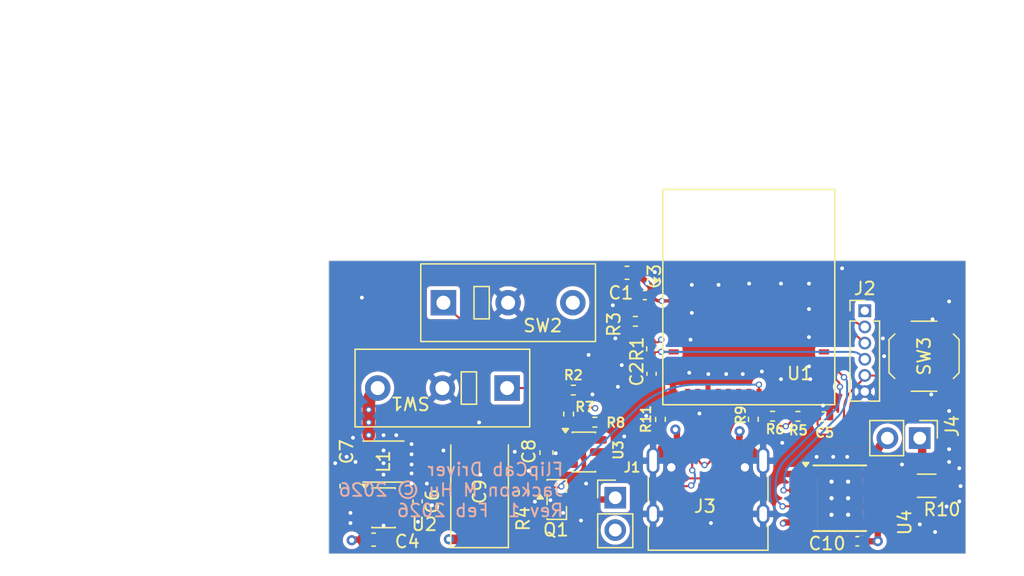
<source format=kicad_pcb>
(kicad_pcb (version 20241229) (generator "pcbnew") (generator_version "9.0")
  (layers (0 "F.Cu" signal) (4 "In1.Cu" signal) (6 "In2.Cu" signal) (2 "B.Cu" signal) (13 "F.Paste" user) (15 "B.Paste" user) (5 "F.SilkS" user "F.Silkscreen") (7 "B.SilkS" user "B.Silkscreen") (1 "F.Mask" user) (3 "B.Mask" user) (25 "Edge.Cuts" user))
  (net 0 "")
  (net 1 "GND")
  (net 2 "+3V3")
  (net 3 "EN")
  (net 4 "IO9{slash}BOOT")
  (net 5 "Net-(U3-VDD)")
  (net 6 "JTAG_DP")
  (net 7 "CC2")
  (net 8 "CC1")
  (net 9 "JTAG_DM")
  (net 10 "+12V")
  (net 11 "Net-(U2-SW)")
  (net 12 "LED_CTRL")
  (net 13 "IO8")
  (net 14 "Net-(U3-CFG)")
  (net 15 "Net-(U4-ISEN)")
  (net 16 "OPEN_SW")
  (net 17 "CLOSE_SW")
  (net 20 "UART_TXD")
  (net 25 "MOTOR_IN1")
  (net 26 "MOTOR_IN2")
  (net 33 "UART_RXD")
  (net 35 "Net-(U2-BST)")
  (net 38 "Net-(J1-Pin_1)")
  (net 41 "Net-(J4-Pin_2)")
  (net 42 "Net-(J4-Pin_1)")
  (net 43 "Net-(SW1-A)")
  (net 44 "Net-(SW2-A)")
  (footprint "Package_SO:Texas_HTSOP-8-1EP_3.9x4.9mm_P1.27mm_EP2.95x4.9mm_Mask2.4x3.1mm_ThermalVias" (layer "F.Cu") (at 89.12 98.65)
    (property "Reference" "U4")
    (property "Value" "DRV8870DDA")
  )
  (footprint "Resistor_SMD:R_0402_1005Metric" (layer "F.Cu") (at 85.83 92.22)
    (property "Reference" "R5")
    (property "Value" "22k")
  )
  (footprint "Capacitor_SMD:C_0402_1005Metric" (layer "F.Cu") (at 55.97 98.8925 -90)
    (property "Reference" "C6")
    (property "Value" "100nF")
  )
  (footprint "Connector_PinHeader_1.27mm:PinHeader_1x06_P1.27mm_Vertical" (layer "F.Cu") (at 91.08 83.93)
    (property "Reference" "J2")
    (property "Value" "UART_PROG")
  )
  (footprint "Button_Switch_THT:SW_XKB_DM1-16UP-1" (layer "F.Cu") (at 58 83.3)
    (property "Reference" "SW2")
    (property "Value" "CLOSE_DET")
  )
  (footprint "Resistor_SMD:R_0402_1005Metric" (layer "F.Cu") (at 83.84 92.21)
    (property "Reference" "R6")
    (property "Value" "10k")
  )
  (footprint "Resistor_SMD:R_1206_3216Metric" (layer "F.Cu") (at 95.94 97.67)
    (property "Reference" "R10")
    (property "Value" "0.15R")
  )
  (footprint "Package_TO_SOT_SMD:TSOT-23-6" (layer "F.Cu") (at 53.3 99.4)
    (property "Reference" "U2")
    (property "Value" "AP63203WU")
  )
  (footprint "Resistor_SMD:R_0402_1005Metric" (layer "F.Cu") (at 74.34 86.92 -90)
    (property "Reference" "R1")
    (property "Value" "10k")
  )
  (footprint "Resistor_SMD:R_0402_1005Metric" (layer "F.Cu") (at 69.89 92.68)
    (property "Reference" "R8")
    (property "Value" "47k")
  )
  (footprint "Capacitor_SMD:C_0402_1005Metric" (layer "F.Cu") (at 90.49 102.03)
    (property "Reference" "C10")
    (property "Value" "100nF")
  )
  (footprint "Capacitor_SMD:C_0603_1608Metric" (layer "F.Cu") (at 66.09 95.07 -90)
    (property "Reference" "C8")
    (property "Value" "1uF")
  )
  (footprint "RF_Module:ESP32-C6-MINI-1" (layer "F.Cu") (at 81.975 85.56)
    (property "Reference" "U1")
    (property "Value" "ESP32-C6-MINI-1")
  )
  (footprint "Connector_PinHeader_2.54mm:PinHeader_1x02_P2.54mm_Vertical" (layer "F.Cu") (at 95.395 93.93 -90)
    (property "Reference" "J4")
    (property "Value" "MOTOR_OUT")
  )
  (footprint "Resistor_SMD:R_0402_1005Metric" (layer "F.Cu") (at 75.04 92.46 -90)
    (property "Reference" "R11")
    (property "Value" "5.11k")
  )
  (footprint "Package_TO_SOT_SMD:SOT-23-6" (layer "F.Cu") (at 69.0275 95.02)
    (property "Reference" "U3")
    (property "Value" "CH221K")
  )
  (footprint "Capacitor_SMD:C_0603_1608Metric" (layer "F.Cu") (at 52.52 101.9)
    (property "Reference" "C4")
    (property "Value" "10uF")
  )
  (footprint "Capacitor_Tantalum_SMD:CP_EIA-7343-31_Kemet-D" (layer "F.Cu") (at 60.84 98.11 90)
    (property "Reference" "C9")
    (property "Value" "47uF")
  )
  (footprint "Package_TO_SOT_SMD:SOT-23" (layer "F.Cu") (at 66.9 98.75)
    (property "Reference" "Q1")
    (property "Value" "AO3400A")
  )
  (footprint "Capacitor_SMD:C_0402_1005Metric" (layer "F.Cu") (at 73.81 82.7 180)
    (property "Reference" "C1")
    (property "Value" "1uF")
  )
  (footprint "Resistor_SMD:R_0402_1005Metric" (layer "F.Cu") (at 73.07 84.76)
    (property "Reference" "R3")
    (property "Value" "22k")
  )
  (footprint "Resistor_SMD:R_0402_1005Metric" (layer "F.Cu") (at 82.33 92.45 -90)
    (property "Reference" "R9")
    (property "Value" "5.11k")
  )
  (footprint "Capacitor_SMD:C_0603_1608Metric" (layer "F.Cu") (at 50.4 97.7 90)
    (property "Reference" "C7")
    (property "Value" "22uF")
  )
  (footprint "Resistor_SMD:R_0402_1005Metric" (layer "F.Cu") (at 67.83 92.04 -90)
    (property "Reference" "R7")
    (property "Value" "1k")
  )
  (footprint "Button_Switch_SMD:SW_Push_1P1T_XKB_TS-1187A" (layer "F.Cu") (at 95.735 87.5 -90)
    (property "Reference" "SW3")
    (property "Value" "BOOT")
  )
  (footprint "Capacitor_SMD:C_0603_1608Metric" (layer "F.Cu") (at 72.41 80.95 180)
    (property "Reference" "C3")
    (property "Value" "22uF")
  )
  (footprint "Resistor_SMD:R_0402_1005Metric" (layer "F.Cu") (at 64.32 98.2 90)
    (property "Reference" "R4")
    (property "Value" "22k")
  )
  (footprint "Capacitor_SMD:C_0402_1005Metric" (layer "F.Cu") (at 87.85 92.23)
    (property "Reference" "C5")
    (property "Value" "100nF")
  )
  (footprint "Inductor_SMD:L_Changjiang_FNR3015S" (layer "F.Cu") (at 53.29 95.7725 180)
    (property "Reference" "L1")
    (property "Value" "3.9uH")
  )
  (footprint "Resistor_SMD:R_0402_1005Metric" (layer "F.Cu") (at 68.2 90.16)
    (property "Reference" "R2")
    (property "Value" "22k")
  )
  (footprint "Connector_PinHeader_2.54mm:PinHeader_1x02_P2.54mm_Vertical" (layer "F.Cu") (at 71.49 98.61)
    (property "Reference" "J1")
    (property "Value" "LED_OUT")
  )
  (footprint "Button_Switch_THT:SW_XKB_DM1-16UP-1" (layer "F.Cu") (at 63 90 180)
    (property "Reference" "SW1")
    (property "Value" "OPEN_DET")
  )
  (footprint "Connector_USB:USB_C_Receptacle_HRO_TYPE-C-31-M-12" (layer "F.Cu") (at 78.78 98.83)
    (property "Reference" "J3")
    (property "Value" "USB_JTAG")
  )
  (footprint "Capacitor_SMD:C_0402_1005Metric" (layer "F.Cu") (at 74.34 88.88 -90)
    (property "Reference" "C2")
    (property "Value" "1uF")
  )
  (gr_rect (start 49 80) (end 99 103) (stroke (width 0.05)) (fill no) (layer "Edge.Cuts"))
  (gr_text "FlipCab Driver\nJackson M Hu © 2026\nRev 1  Feb 2026" (at 67.5 100.2 0) (layer "B.SilkS") (effects (font (size 1 1)) (justify left bottom mirror)))
  (segment (start 66.8175 95.1175) (end 66.86625 95.06875) (width 0.16) (layer "F.Cu") (net 1))
  (segment (start 75.427129 94.88787) (end 74.6698 95.645199) (width 0.75) (layer "F.Cu") (net 1))
  (segment (start 86.245 96.745) (end 89.165 96.745) (width 0.16) (layer "F.Cu") (net 1))
  (segment (start 82.13287 94.88787) (end 82.890199 95.645199) (width 0.75) (layer "F.Cu") (net 1))
  (segment (start 75.7575 90.51) (end 75.989644 90.51) (width 0.16) (layer "F.Cu") (net 1))
  (segment (start 83.0225 95.7) (end 83.1 95.7) (width 0.75) (layer "F.Cu") (net 1))
  (segment (start 76.075 89.56) (end 76.075 90.424644) (width 0.16) (layer "F.Cu") (net 1))
  (segment (start 65.18125 98.91875) (end 65.076875 98.814375) (width 0.5) (layer "F.Cu") (net 1))
  (segment (start 66.983942 95.02) (end 67.89 95.02) (width 0.16) (layer "F.Cu") (net 1))
  (segment (start 89.7 95.4) (end 89.77 95.47) (width 0.16) (layer "F.Cu") (net 1))
  (segment (start 66.8175 95.1175) (end 66.09 95.845) (width 0.16) (layer "F.Cu") (net 1))
  (segment (start 74.5375 95.7) (end 74.46 95.7) (width 0.75) (layer "F.Cu") (net 1))
  (segment (start 87.8 91.37) (end 88.213327 91.783327) (width 0.16) (layer "F.Cu") (net 1))
  (segment (start 64.824891 98.71) (end 64.32 98.71) (width 0.5) (layer "F.Cu") (net 1))
  (segment (start 65.18125 98.91875) (end 65.9625 99.7) (width 0.5) (layer "F.Cu") (net 1))
  (segment (start 75.300848 90.320848) (end 74.34 89.36) (width 0.16) (layer "F.Cu") (net 1))
  (segment (start 87.925 91.156611) (end 87.925 90.51) (width 0.16) (layer "F.Cu") (net 1))
  (segment (start 75.454 94.823) (end 75.454 94.785) (width 0.75) (layer "F.Cu") (net 1))
  (segment (start 87.8 91.37) (end 87.8625 91.3075) (width 0.16) (layer "F.Cu") (net 1))
  (segment (start 88.6 95.4) (end 88.47 95.53) (width 0.16) (layer "F.Cu") (net 1))
  (segment (start 78.775 90.140416) (end 78.775 90.46) (width 0.16) (layer "F.Cu") (net 1))
  (segment (start 89.65 99.83) (end 89.89 100.07) (width 0.16) (layer "F.Cu") (net 1))
  (segment (start 82.106 94.823) (end 82.106 94.785) (width 0.75) (layer "F.Cu") (net 1))
  (segment (start 97.61 84.5) (end 97.61 90.5) (width 0.16) (layer "F.Cu") (net 1))
  (segment (start 88.1675 97.0475) (end 88.47 97.35) (width 0.5) (layer "F.Cu") (net 1))
  (segment (start 89.65 99.83) (end 89.12 99.3) (width 0.16) (layer "F.Cu") (net 1))
  (segment (start 87.4372 96.745) (end 86.245 96.745) (width 0.5) (layer "F.Cu") (net 1))
  (segment (start 78.194583 89.56) (end 76.075 89.56) (width 0.16) (layer "F.Cu") (net 1))
  (segment (start 88.47 98.65) (end 88.47 96.57) (width 0.16) (layer "F.Cu") (net 1))
  (segment (start 88.6 95.4) (end 88.6 95.5) (width 0.16) (layer "F.Cu") (net 1))
  (segment (start 90.01 100.359705) (end 90.01 102.03) (width 0.5) (layer "F.Cu") (net 1))
  (segment (start 89.77 97.35) (end 89.77 98.65) (width 0.16) (layer "F.Cu") (net 1))
  (segment (start 88.33 92.065) (end 88.33 92.23) (width 0.16) (layer "F.Cu") (net 1))
  (via (at 96.4 84.6) (size 0.5) (drill 0.3) (layers "F.Cu" "B.Cu") (net 1))
  (via (at 55.5 96) (size 0.5) (drill 0.3) (layers "F.Cu" "B.Cu") (net 1))
  (via (at 80.2 88.9) (size 0.5) (drill 0.3) (layers "F.Cu" "B.Cu") (net 1))
  (via (at 73.92 92.18) (size 0.5) (drill 0.3) (layers "F.Cu" "B.Cu") (net 1))
  (via (at 67.4 99.8) (size 0.5) (drill 0.3) (layers "F.Cu" "B.Cu") (net 1))
  (via (at 60.8 92.7) (size 0.5) (drill 0.3) (layers "F.Cu" "B.Cu") (net 1))
  (via (at 65.18125 98.91875) (size 0.5) (drill 0.3) (layers "F.Cu" "B.Cu") (net 1))
  (via (at 98.5 96.3) (size 0.5) (drill 0.3) (layers "F.Cu" "B.Cu") (net 1))
  (via (at 88.6 95.4) (size 0.5) (drill 0.3) (layers "F.Cu" "B.Cu") (net 1))
  (via (at 86.7 88.3) (size 0.5) (drill 0.3) (layers "F.Cu" "B.Cu") (net 1))
  (via (at 55.5 95.2) (size 0.5) (drill 0.3) (layers "F.Cu" "B.Cu") (net 1))
  (via (at 97.5 99.3) (size 0.5) (drill 0.3) (layers "F.Cu" "B.Cu") (net 1))
  (via (at 86.7 81.8) (size 0.5) (drill 0.3) (layers "F.Cu" "B.Cu") (net 1))
  (via (at 89.3 80.6) (size 0.5) (drill 0.3) (layers "F.Cu" "B.Cu") (net 1))
  (via (at 53.3 100.8) (size 0.5) (drill 0.3) (layers "F.Cu" "B.Cu") (net 1))
  (via (at 83 88.7) (size 0.5) (drill 0.3) (layers "F.Cu" "B.Cu") (net 1))
  (via (at 53.3 95.9) (size 0.5) (drill 0.3) (layers "F.Cu" "B.Cu") (net 1))
  (via (at 56.7 97.5) (size 0.5) (drill 0.3) (layers "F.Cu" "B.Cu") (net 1))
  (via (at 51.6 82.9) (size 0.5) (drill 0.3) (layers "F.Cu" "B.Cu") (net 1))
  (via (at 53.3 96.8) (size 0.5) (drill 0.3) (layers "F.Cu" "B.Cu") (net 1))
  (via (at 54.3 93.7) (size 0.5) (drill 0.3) (layers "F.Cu" "B.Cu") (net 1))
  (via (at 53.3 93.7) (size 0.5) (drill 0.3) (layers "F.Cu" "B.Cu") (net 1))
  (via (at 55.5 96.7) (size 0.5) (drill 0.3) (layers "F.Cu" "B.Cu") (net 1))
  (via (at 49.5 95.9) (size 0.5) (drill 0.3) (layers "F.Cu" "B.Cu") (net 1))
  (via (at 56 100.5) (size 0.5) (drill 0.3) (layers "F.Cu" "B.Cu") (net 1))
  (via (at 97.7 94.8) (size 0.5) (drill 0.3) (layers "F.Cu" "B.Cu") (net 1))
  (via (at 96.6 101.3) (size 0.5) (drill 0.3) (layers "F.Cu" "B.Cu") (net 1))
  (via (at 97.7 95.8) (size 0.5) (drill 0.3) (layers "F.Cu" "B.Cu") (net 1))
  (via (at 78.1 92) (size 0.5) (drill 0.3) (layers "F.Cu" "B.Cu") (net 1))
  (via (at 86.8 89.3) (size 0.5) (drill 0.3) (layers "F.Cu" "B.Cu") (net 1))
  (via (at 95.4 100.7) (size 0.5) (drill 0.3) (layers "F.Cu" "B.Cu") (net 1))
  (via (at 96.3 90.5) (size 0.5) (drill 0.3) (layers "F.Cu" "B.Cu") (net 1))
  (via (at 87.8 91.37) (size 0.5) (drill 0.3) (layers "F.Cu" "B.Cu") (net 1))
  (via (at 92.6 87.5) (size 0.5) (drill 0.3) (layers "F.Cu" "B.Cu") (net 1))
  (via (at 78.8 88.9) (size 0.5) (drill 0.3) (layers "F.Cu" "B.Cu") (net 1))
  (via (at 68.8 100.4) (size 0.5) (drill 0.3) (layers "F.Cu" "B.Cu") (net 1))
  (via (at 87.3 95.4) (size 0.5) (drill 0.3) (layers "F.Cu" "B.Cu") (net 1))
  (via (at 98.5 98.9) (size 0.5) (drill 0.3) (layers "F.Cu" "B.Cu") (net 1))
  (via (at 79.6 81.9) (size 0.5) (drill 0.3) (layers "F.Cu" "B.Cu") (net 1))
  (via (at 89.7 95.4) (size 0.5) (drill 0.3) (layers "F.Cu" "B.Cu") (net 1))
  (via (at 50.9 93.9) (size 0.5) (drill 0.3) (layers "F.Cu" "B.Cu") (net 1))
  (via (at 82 81.8) (size 0.5) (drill 0.3) (layers "F.Cu" "B.Cu") (net 1))
  (via (at 51.1 95.8) (size 0.5) (drill 0.3) (layers "F.Cu" "B.Cu") (net 1))
  (via (at 77.5 84.1) (size 0.5) (drill 0.3) (layers "F.Cu" "B.Cu") (net 1))
  (via (at 81.5 88.9) (size 0.5) (drill 0.3) (layers "F.Cu" "B.Cu") (net 1))
  (via (at 71.3 83.5) (size 0.5) (drill 0.3) (layers "F.Cu" "B.Cu") (net 1))
  (via (at 92.5 86.1) (size 0.5) (drill 0.3) (layers "F.Cu" "B.Cu") (net 1))
  (via (at 84.6 94.3) (size 0.5) (drill 0.3) (layers "F.Cu" "B.Cu") (net 1))
  (via (at 53.3 94.9) (size 0.5) (drill 0.3) (layers "F.Cu" "B.Cu") (net 1))
  (via (at 72 88.2) (size 0.5) (drill 0.3) (layers "F.Cu" "B.Cu") (net 1))
  (via (at 77.3 88.8) (size 0.5) (drill 0.3) (layers "F.Cu" "B.Cu") (net 1))
  (via (at 50.7 100.6) (size 0.5) (drill 0.3) (layers "F.Cu" "B.Cu") (net 1))
  (via (at 84.5 81.8) (size 0.5) (drill 0.3) (layers "F.Cu" "B.Cu") (net 1))
  (via (at 69.2 97.5) (size 0.5) (drill 0.3) (layers "F.Cu" "B.Cu") (net 1))
  (via (at 98.6 97.7) (size 0.5) (drill 0.3) (layers "F.Cu" "B.Cu") (net 1))
  (via (at 69.7 90.5) (size 0.5) (drill 0.3) (layers "F.Cu" "B.Cu") (net 1))
  (via (at 86.7 86) (size 0.5) (drill 0.3) (layers "F.Cu" "B.Cu") (net 1))
  (via (at 86.7 83.8) (size 0.5) (drill 0.3) (layers "F.Cu" "B.Cu") (net 1))
  (via (at 50.7 99.8) (size 0.5) (drill 0.3) (layers "F.Cu" "B.Cu") (net 1))
  (via (at 72.2 93.8) (size 0.5) (drill 0.3) (layers "F.Cu" "B.Cu") (net 1))
  (via (at 71.5 86.1) (size 0.5) (drill 0.3) (layers "F.Cu" "B.Cu") (net 1))
  (via (at 64.7 96.5) (size 0.5) (drill 0.3) (layers "F.Cu" "B.Cu") (net 1))
  (via (at 55.5 97.5) (size 0.5) (drill 0.3) (layers "F.Cu" "B.Cu") (net 1))
  (via (at 84.5 89.3) (size 0.5) (drill 0.3) (layers "F.Cu" "B.Cu") (net 1))
  (via (at 57.1 99.2) (size 0.5) (drill 0.3) (layers "F.Cu" "B.Cu") (net 1))
  (via (at 97.7 91.8) (size 0.5) (drill 0.3) (layers "F.Cu" "B.Cu") (net 1))
  (via (at 69.4 87.4) (size 0.5) (drill 0.3) (layers "F.Cu" "B.Cu") (net 1))
  (via (at 71.7 89.9) (size 0.5) (drill 0.3) (layers "F.Cu" "B.Cu") (net 1))
  (via (at 60.9 96.8) (size 0.5) (drill 0.3) (layers "F.Cu" "B.Cu") (net 1))
  (via (at 77.5 81.9) (size 0.5) (drill 0.3) (layers "F.Cu" "B.Cu") (net 1))
  (via (at 66.8175 95.1175) (size 0.5) (drill 0.3) (layers "F.Cu" "B.Cu") (net 1))
  (via (at 94 96) (size 0.5) (drill 0.3) (layers "F.Cu" "B.Cu") (net 1))
  (via (at 97.7 83.2) (size 0.5) (drill 0.3) (layers "F.Cu" "B.Cu") (net 1))
  (via (at 77.4 86.2) (size 0.5) (drill 0.3) (layers "F.Cu" "B.Cu") (net 1))
  (via (at 58 94.9) (size 0.5) (drill 0.3) (layers "F.Cu" "B.Cu") (net 1))
  (via (at 63.6 95) (size 0.5) (drill 0.3) (layers "F.Cu" "B.Cu") (net 1))
  (via (at 50.4 95.4) (size 0.5) (drill 0.3) (layers "F.Cu" "B.Cu") (net 1))
  (via (at 74.6 80.9) (size 0.5) (drill 0.3) (layers "F.Cu" "B.Cu") (net 1))
  (via (at 79 100.6) (size 0.5) (drill 0.3) (layers "F.Cu" "B.Cu") (net 1))
  (via (at 55.5 94.4) (size 0.5) (drill 0.3) (layers "F.Cu" "B.Cu") (net 1))
  (via (at 66.4 98.8) (size 0.5) (drill 0.3) (layers "F.Cu" "B.Cu") (net 1))
  (arc (start 75.454 94.823) (mid 75.447016 94.858107) (end 75.427129 94.88787) (width 0.75) (layer "F.Cu") (net 1))
  (arc (start 88.1675 97.0475) (mid 87.832435 96.823617) (end 87.4372 96.745) (width 0.5) (layer "F.Cu") (net 1))
  (arc (start 82.890199 95.645199) (mid 82.950899 95.685757) (end 83.0225 95.7) (width 0.75) (layer "F.Cu") (net 1))
  (arc (start 78.605 89.73) (mid 78.416699 89.604181) (end 78.194583 89.56) (width 0.16) (layer "F.Cu") (net 1))
  (arc (start 75.300848 90.320848) (mid 75.510361 90.46084) (end 75.7575 90.51) (width 0.16) (layer "F.Cu") (net 1))
  (arc (start 66.983942 95.02) (mid 66.920247 95.032669) (end 66.86625 95.06875) (width 0.16) (layer "F.Cu") (net 1))
  (arc (start 88.213327 91.783327) (mid 88.299677 91.912559) (end 88.33 92.065) (width 0.16) (layer "F.Cu") (net 1))
  (arc (start 74.6698 95.645199) (mid 74.6091 95.685757) (end 74.5375 95.7) (width 0.75) (layer "F.Cu") (net 1))
  (arc (start 78.605 89.73) (mid 78.730818 89.9183) (end 78.775 90.140416) (width 0.16) (layer "F.Cu") (net 1))
  (arc (start 82.106 94.823) (mid 82.112983 94.858107) (end 82.13287 94.88787) (width 0.75) (layer "F.Cu") (net 1))
  (arc (start 76.075 90.424644) (mid 76.068502 90.457308) (end 76.05 90.485) (width 0.16) (layer "F.Cu") (net 1))
  (arc (start 76.05 90.485) (mid 76.022308 90.503502) (end 75.989644 90.51) (width 0.16) (layer "F.Cu") (net 1))
  (arc (start 89.89 100.07) (mid 89.978813 100.202917) (end 90.01 100.359705) (width 0.5) (layer "F.Cu") (net 1))
  (arc (start 87.925 91.156611) (mid 87.908756 91.238271) (end 87.8625 91.3075) (width 0.16) (layer "F.Cu") (net 1))
  (arc (start 65.076875 98.814375) (mid 64.961263 98.737126) (end 64.824891 98.71) (width 0.5) (layer "F.Cu") (net 1))
  (segment (start 83.851299 92.731299) (end 83.33 92.21) (width 0.16) (layer "F.Cu") (net 2))
  (segment (start 74.29 82.7) (end 74.608578 83.018578) (width 0.2626) (layer "F.Cu") (net 2))
  (segment (start 74.741507 86.41) (end 74.34 86.41) (width 0.16) (layer "F.Cu") (net 2))
  (segment (start 84.788033 100.555) (end 86.245 100.555) (width 0.5) (layer "F.Cu") (net 2))
  (segment (start 52.15 98.4625) (end 52.15125 98.46125) (width 0.5) (layer "F.Cu") (net 2))
  (segment (start 74.14625 81.91125) (end 74.0025 81.7675) (width 0.5) (layer "F.Cu") (net 2))
  (segment (start 75.1 86.2) (end 74.995 86.305) (width 0.16) (layer "F.Cu") (net 2))
  (segment (start 52.14 93.7) (end 52.14 92.7) (width 1) (layer "F.Cu") (net 2))
  (segment (start 52.14 91.7) (end 52.14 92.7) (width 1) (layer "F.Cu") (net 2))
  (segment (start 84.5 93) (end 84.88 93) (width 0.16) (layer "F.Cu") (net 2))
  (segment (start 74.0025 81.7675) (end 73.185 80.95) (width 0.5) (layer "F.Cu") (net 2))
  (segment (start 74.29 82.258293) (end 74.29 82.7) (width 0.5) (layer "F.Cu") (net 2))
  (segment (start 84.905 93) (end 84.88 93) (width 0.16) (layer "F.Cu") (net 2))
  (segment (start 84.947677 92.982322) (end 85.182114 92.747885) (width 0.16) (layer "F.Cu") (net 2))
  (segment (start 75.15 83.16) (end 74.95 83.16) (width 0.2626) (layer "F.Cu") (net 2))
  (segment (start 52.14 95.7725) (end 52.14 98.41159) (width 0.65) (layer "F.Cu") (net 2))
  (segment (start 52.119822 98.475) (end 50.4 98.475) (width 0.5) (layer "F.Cu") (net 2))
  (segment (start 52.14 95.7725) (end 52.14 93.7) (width 0.75) (layer "F.Cu") (net 2))
  (segment (start 84.66 100.63) (end 84.6975 100.5925) (width 0.5) (layer "F.Cu") (net 2))
  (segment (start 75.15 83.16) (end 76.075 83.16) (width 0.2626) (layer "F.Cu") (net 2))
  (segment (start 85.32 92.415) (end 85.32 92.22) (width 0.16) (layer "F.Cu") (net 2))
  (segment (start 52.49 90.35) (end 52.84 90) (width 1) (layer "F.Cu") (net 2))
  (segment (start 52.14 91.7) (end 52.14 91.194974) (width 1) (layer "F.Cu") (net 2))
  (via (at 52.14 91.7) (size 0.5) (drill 0.3) (layers "F.Cu" "B.Cu") (net 2))
  (via (at 75.1 86.2) (size 0.5) (drill 0.3) (layers "F.Cu" "B.Cu") (net 2))
  (via (at 84.88 93) (size 0.5) (drill 0.3) (layers "F.Cu" "B.Cu") (net 2))
  (via (at 84.66 100.63) (size 0.5) (drill 0.3) (layers "F.Cu" "B.Cu") (net 2))
  (via (at 52.14 92.7) (size 0.5) (drill 0.3) (layers "F.Cu" "B.Cu") (net 2))
  (via (at 74.0025 81.7675) (size 0.5) (drill 0.3) (layers "F.Cu" "B.Cu") (net 2))
  (via (at 52.14 93.7) (size 0.5) (drill 0.3) (layers "F.Cu" "B.Cu") (net 2))
  (via (at 75.15 83.16) (size 0.5) (drill 0.3) (layers "F.Cu" "B.Cu") (net 2))
  (arc (start 52.14 98.41159) (mid 52.142923 98.426288) (end 52.15125 98.43875) (width 0.65) (layer "F.Cu") (net 2))
  (arc (start 74.995 86.305) (mid 74.878696 86.382711) (end 74.741507 86.41) (width 0.16) (layer "F.Cu") (net 2))
  (arc (start 84.947677 92.982322) (mid 84.928096 92.995405) (end 84.905 93) (width 0.16) (layer "F.Cu") (net 2))
  (arc (start 52.15125 98.43875) (mid 52.155909 98.45) (end 52.15125 98.46125) (width 0.65) (layer "F.Cu") (net 2))
  (arc (start 83.851299 92.731299) (mid 84.148925 92.930166) (end 84.5 93) (width 0.16) (layer "F.Cu") (net 2))
  (arc (start 52.15 98.4625) (mid 52.136154 98.471751) (end 52.119822 98.475) (width 0.5) (layer "F.Cu") (net 2))
  (arc (start 74.608578 83.018578) (mid 74.765223 83.123245) (end 74.95 83.16) (width 0.2626) (layer "F.Cu") (net 2))
  (arc (start 85.32 92.415) (mid 85.284164 92.595156) (end 85.182114 92.747885) (width 0.16) (layer "F.Cu") (net 2))
  (arc (start 52.49 90.35) (mid 52.230962 90.737677) (end 52.14 91.194974) (width 1) (layer "F.Cu") (net 2))
  (arc (start 74.14625 81.91125) (mid 74.25264 82.070474) (end 74.29 82.258293) (width 0.5) (layer "F.Cu") (net 2))
  (arc (start 84.788033 100.555) (mid 84.739036 100.564745) (end 84.6975 100.5925) (width 0.5) (layer "F.Cu") (net 2))
  (segment (start 75.1 87.16) (end 76.075 87.16) (width 0.16) (layer "F.Cu") (net 3))
  (segment (start 75.1 87.16) (end 74.800918 87.16) (width 0.16) (layer "F.Cu") (net 3))
  (segment (start 74.34 87.620918) (end 74.34 88.4) (width 0.16) (layer "F.Cu") (net 3))
  (via (at 75.1 87.16) (size 0.5) (drill 0.3) (layers "F.Cu" "B.Cu") (net 3))
  (arc (start 74.800918 87.16) (mid 74.624532 87.195085) (end 74.475 87.295) (width 0.16) (layer "F.Cu") (net 3))
  (arc (start 74.475 87.295) (mid 74.375085 87.444532) (end 74.34 87.620918) (width 0.16) (layer "F.Cu") (net 3))
  (segment (start 75.1 87.16) (end 90.089878 87.16) (width 0.16) (layer "B.Cu") (net 3))
  (segment (start 90.79 87.45) (end 91.08 87.74) (width 0.16) (layer "B.Cu") (net 3))
  (arc (start 90.79 87.45) (mid 90.468781 87.235368) (end 90.089878 87.16) (width 0.16) (layer "B.Cu") (net 3))
  (segment (start 92.917704 89.557704) (end 93.658232 90.298232) (width 0.16) (layer "F.Cu") (net 4))
  (segment (start 93.86 90.5) (end 93.86 84.5) (width 0.16) (layer "F.Cu") (net 4))
  (segment (start 88.357451 93.2) (end 87.813847 93.2) (width 0.16) (layer "F.Cu") (net 4))
  (segment (start 90.074021 90.170978) (end 91.025199 89.2198) (width 0.16) (layer "F.Cu") (net 4))
  (segment (start 87.377071 92.23) (end 87.44 92.23) (width 0.16) (layer "F.Cu") (net 4))
  (segment (start 87.37 92.237071) (end 87.37 92.756152) (width 0.16) (layer "F.Cu") (net 4))
  (segment (start 86.1575 92.0375) (end 86.34 92.22) (width 0.16) (layer "F.Cu") (net 4))
  (segment (start 87.352928 92.22) (end 87.105 92.22) (width 0.16) (layer "F.Cu") (net 4))
  (segment (start 87.105 92.22) (end 86.595 92.22) (width 0.16) (layer "F.Cu") (net 4))
  (segment (start 89.45 92.107451) (end 89.45 91.6775) (width 0.16) (layer "F.Cu") (net 4))
  (segment (start 91.0025 89.01) (end 90.66 89.01) (width 0.16) (layer "F.Cu") (net 4))
  (segment (start 85.975 91.596906) (end 85.975 90.46) (width 0.16) (layer "F.Cu") (net 4))
  (segment (start 93.6625 90.3) (end 93.665 90.3) (width 0.16) (layer "F.Cu") (net 4))
  (segment (start 91.6075 89.015) (end 90.84 89.015) (width 0.16) (layer "F.Cu") (net 4))
  (segment (start 86.595 92.22) (end 86.34 92.22) (width 0.16) (layer "F.Cu") (net 4))
  (arc (start 87.365 92.225) (mid 87.370538 92.2287) (end 87.377071 92.23) (width 0.16) (layer "F.Cu") (net 4))
  (arc (start 87.365 92.225) (mid 87.359461 92.221299) (end 87.352928 92.22) (width 0.16) (layer "F.Cu") (net 4))
  (arc (start 87.37 92.237071) (mid 87.3687 92.230538) (end 87.365 92.225) (width 0.16) (layer "F.Cu") (net 4))
  (arc (start 87.37 92.756152) (mid 87.403785 92.926005) (end 87.5 93.07) (width 0.16) (layer "F.Cu") (net 4))
  (arc (start 85.975 91.596906) (mid 86.02243 91.835353) (end 86.1575 92.0375) (width 0.16) (layer "F.Cu") (net 4))
  (arc (start 92.917704 89.557704) (mid 92.316577 89.156044) (end 91.6075 89.015) (width 0.16) (layer "F.Cu") (net 4))
  (arc (start 89.45 92.107451) (mid 89.366834 92.525551) (end 89.13 92.88) (width 0.16) (layer "F.Cu") (net 4))
  (arc (start 90.074021 90.170978) (mid 89.612177 90.862176) (end 89.45 91.6775) (width 0.16) (layer "F.Cu") (net 4))
  (arc (start 87.5 93.07) (mid 87.643994 93.166214) (end 87.813847 93.2) (width 0.16) (layer "F.Cu") (net 4))
  (arc (start 87.377071 92.23) (mid 87.372071 92.232071) (end 87.37 92.237071) (width 0.16) (layer "F.Cu") (net 4))
  (arc (start 91.08 89.0875) (mid 91.0573 89.032699) (end 91.0025 89.01) (width 0.16) (layer "F.Cu") (net 4))
  (arc (start 89.13 92.88) (mid 88.775551 93.116834) (end 88.357451 93.2) (width 0.16) (layer "F.Cu") (net 4))
  (arc (start 93.658232 90.298232) (mid 93.66019 90.29954) (end 93.6625 90.3) (width 0.16) (layer "F.Cu") (net 4))
  (arc (start 91.08 89.0875) (mid 91.065757 89.1591) (end 91.025199 89.2198) (width 0.16) (layer "F.Cu") (net 4))
  (segment (start 68.051923 92.68) (end 69.38 92.68) (width 0.16) (layer "F.Cu") (net 5))
  (segment (start 66.474099 94.07) (end 67.847573 94.07) (width 0.16) (layer "F.Cu") (net 5))
  (segment (start 66.2025 94.1825) (end 66.09 94.295) (width 0.16) (layer "F.Cu") (net 5))
  (segment (start 67.83 92.641923) (end 67.83 93.967573) (width 0.16) (layer "F.Cu") (net 5))
  (arc (start 67.86 94.04) (mid 67.863809 94.059151) (end 67.847573 94.07) (width 0.16) (layer "F.Cu") (net 5))
  (arc (start 66.474099 94.07) (mid 66.32711 94.099237) (end 66.2025 94.1825) (width 0.16) (layer "F.Cu") (net 5))
  (arc (start 67.895 92.615) (mid 67.853505 92.606745) (end 67.83 92.641923) (width 0.16) (layer "F.Cu") (net 5))
  (arc (start 67.895 92.615) (mid 67.966997 92.663107) (end 68.051923 92.68) (width 0.16) (layer "F.Cu") (net 5))
  (arc (start 67.83 93.967573) (mid 67.837796 94.00677) (end 67.86 94.04) (width 0.16) (layer "F.Cu") (net 5))
  (segment (start 79.285 93.615) (end 79.405 93.735) (width 0.16) (layer "F.Cu") (net 6))
  (segment (start 78.53 94.166274) (end 78.53 94.785) (width 0.16) (layer "F.Cu") (net 6))
  (segment (start 79.262928 93.62) (end 79.06 93.62) (width 0.16) (layer "F.Cu") (net 6))
  (segment (start 81.975 90.6075) (end 81.975 90.477677) (width 0.16) (layer "F.Cu") (net 6))
  (segment (start 78.689999 93.779999) (end 78.701507 93.768492) (width 0.16) (layer "F.Cu") (net 6))
  (segment (start 81.9875 90.4725) (end 82 90.485) (width 0.16) (layer "F.Cu") (net 6))
  (segment (start 79.53 94.036776) (end 79.53 94.785) (width 0.16) (layer "F.Cu") (net 6))
  (segment (start 79.336568 93.393431) (end 81.870701 90.859298) (width 0.16) (layer "F.Cu") (net 6))
  (segment (start 79.28 93.53) (end 79.28 93.602928) (width 0.16) (layer "F.Cu") (net 6))
  (arc (start 79.405 93.735) (mid 79.497513 93.873456) (end 79.53 94.036776) (width 0.16) (layer "F.Cu") (net 6))
  (arc (start 79.275 93.615) (mid 79.2787 93.609461) (end 79.28 93.602928) (width 0.16) (layer "F.Cu") (net 6))
  (arc (start 79.275 93.615) (mid 79.269461 93.6187) (end 79.262928 93.62) (width 0.16) (layer "F.Cu") (net 6))
  (arc (start 79.06 93.62) (mid 78.865985 93.658591) (end 78.701507 93.768492) (width 0.16) (layer "F.Cu") (net 6))
  (arc (start 79.28 93.602928) (mid 79.281299 93.609461) (end 79.285 93.615) (width 0.16) (layer "F.Cu") (net 6))
  (arc (start 79.336568 93.393431) (mid 79.294701 93.456089) (end 79.28 93.53) (width 0.16) (layer "F.Cu") (net 6))
  (arc (start 81.9875 90.4725) (mid 81.97952 90.470912) (end 81.975 90.477677) (width 0.16) (layer "F.Cu") (net 6))
  (arc (start 78.689999 93.779999) (mid 78.571582 93.957223) (end 78.53 94.166274) (width 0.16) (layer "F.Cu") (net 6))
  (arc (start 81.975 90.6075) (mid 81.947893 90.743772) (end 81.870701 90.859298) (width 0.16) (layer "F.Cu") (net 6))
  (arc (start 79.285 93.615) (mid 79.28 93.612928) (end 79.275 93.615) (width 0.16) (layer "F.Cu") (net 6))
  (segment (start 75.312203 97.3) (end 76.857426 97.3) (width 0.16) (layer "F.Cu") (net 7))
  (segment (start 80.47 93.903172) (end 80.47 94.682573) (width 0.16) (layer "F.Cu") (net 7))
  (segment (start 77.366825 97.089) (end 78.196385 97.089) (width 0.16) (layer "F.Cu") (net 7))
  (segment (start 81.044999 92.514999) (end 81.368977 92.191022) (width 0.16) (layer "F.Cu") (net 7))
  (segment (start 70.7925 95.02) (end 70.165 95.02) (width 0.16) (layer "F.Cu") (net 7))
  (segment (start 81.975 91.94) (end 82.33 91.94) (width 0.16) (layer "F.Cu") (net 7))
  (segment (start 80.53 94.827426) (end 80.53 95.2535) (width 0.16) (layer "F.Cu") (net 7))
  (segment (start 71.863709 95.463709) (end 72.56 96.16) (width 0.16) (layer "F.Cu") (net 7))
  (segment (start 80.19872 96.053279) (end 79.8465 96.4055) (width 0.16) (layer "F.Cu") (net 7))
  (arc (start 77.366825 97.089) (mid 77.228983 97.116418) (end 77.112126 97.1945) (width 0.16) (layer "F.Cu") (net 7))
  (arc (start 79.8465 96.4055) (mid 79.08942 96.911364) (end 78.196385 97.089) (width 0.16) (layer "F.Cu") (net 7))
  (arc (start 72.56 96.16) (mid 73.822721 97.003723) (end 75.312203 97.3) (width 0.16) (layer "F.Cu") (net 7))
  (arc (start 77.112126 97.1945) (mid 76.995268 97.272581) (end 76.857426 97.3) (width 0.16) (layer "F.Cu") (net 7))
  (arc (start 81.044999 92.514999) (mid 80.619437 93.151898) (end 80.47 93.903172) (width 0.16) (layer "F.Cu") (net 7))
  (arc (start 71.863709 95.463709) (mid 71.372234 95.135316) (end 70.7925 95.02) (width 0.16) (layer "F.Cu") (net 7))
  (arc (start 81.975 91.94) (mid 81.647022 92.005238) (end 81.368977 92.191022) (width 0.16) (layer "F.Cu") (net 7))
  (arc (start 80.53 95.2535) (mid 80.443903 95.686337) (end 80.19872 96.053279) (width 0.16) (layer "F.Cu") (net 7))
  (arc (start 80.47 94.682573) (mid 80.477796 94.72177) (end 80.5 94.755) (width 0.16) (layer "F.Cu") (net 7))
  (arc (start 80.5 94.755) (mid 80.522203 94.788229) (end 80.53 94.827426) (width 0.16) (layer "F.Cu") (net 7))
  (segment (start 77.54 96.46) (end 77.54 96.267071) (width 0.16) (layer "F.Cu") (net 8))
  (segment (start 77.53 94.0225) (end 77.53 94.785) (width 0.16) (layer "F.Cu") (net 8))
  (segment (start 70.975 95.97) (end 70.165 95.97) (width 0.16) (layer "F.Cu") (net 8))
  (segment (start 76.990831 92.720831) (end 76.637193 92.367193) (width 0.16) (layer "F.Cu") (net 8))
  (segment (start 72.357756 96.542756) (end 72.65 96.835) (width 0.16) (layer "F.Cu") (net 8))
  (segment (start 74.738294 97.7) (end 77.364644 97.7) (width 0.16) (layer "F.Cu") (net 8))
  (segment (start 75.63 91.95) (end 75.04 91.95) (width 0.16) (layer "F.Cu") (net 8))
  (segment (start 77.53 96.242928) (end 77.53 94.785) (width 0.16) (layer "F.Cu") (net 8))
  (segment (start 77.45 97.65) (end 77.425 97.675) (width 0.16) (layer "F.Cu") (net 8))
  (via (at 77.54 96.46) (size 0.5) (drill 0.3) (layers "F.Cu" "B.Cu") (net 8))
  (via (at 77.45 97.65) (size 0.5) (drill 0.3) (layers "F.Cu" "B.Cu") (net 8))
  (arc (start 72.65 96.835) (mid 73.608117 97.475193) (end 74.738294 97.7) (width 0.16) (layer "F.Cu") (net 8))
  (arc (start 77.535 96.255) (mid 77.5387 96.260538) (end 77.54 96.267071) (width 0.16) (layer "F.Cu") (net 8))
  (arc (start 76.990831 92.720831) (mid 77.389874 93.318041) (end 77.53 94.0225) (width 0.16) (layer "F.Cu") (net 8))
  (arc (start 76.637193 92.367193) (mid 76.175088 92.058424) (end 75.63 91.95) (width 0.16) (layer "F.Cu") (net 8))
  (arc (start 77.425 97.675) (mid 77.397308 97.693502) (end 77.364644 97.7) (width 0.16) (layer "F.Cu") (net 8))
  (arc (start 72.357756 96.542756) (mid 71.723342 96.118854) (end 70.975 95.97) (width 0.16) (layer "F.Cu") (net 8))
  (arc (start 77.53 96.242928) (mid 77.531299 96.249461) (end 77.535 96.255) (width 0.16) (layer "F.Cu") (net 8))
  (segment (start 77.48 97.65) (end 77.45 97.65) (width 0.16) (layer "B.Cu") (net 8))
  (segment (start 77.64 96.56) (end 77.54 96.46) (width 0.16) (layer "B.Cu") (net 8))
  (segment (start 77.531213 97.628786) (end 77.625 97.535) (width 0.16) (layer "B.Cu") (net 8))
  (segment (start 77.74 96.801421) (end 77.74 97.257365) (width 0.16) (layer "B.Cu") (net 8))
  (arc (start 77.64 96.56) (mid 77.71401 96.670764) (end 77.74 96.801421) (width 0.16) (layer "B.Cu") (net 8))
  (arc (start 77.531213 97.628786) (mid 77.507716 97.644486) (end 77.48 97.65) (width 0.16) (layer "B.Cu") (net 8))
  (arc (start 77.74 97.257365) (mid 77.710112 97.40762) (end 77.625 97.535) (width 0.16) (layer "B.Cu") (net 8))
  (segment (start 78.585 96.04) (end 78.5 96.04) (width 0.16) (layer "F.Cu") (net 9))
  (segment (start 78.424 96.04) (end 78.5 96.04) (width 0.16) (layer "F.Cu") (net 9))
  (segment (start 78.730104 95.979895) (end 78.85 95.86) (width 0.16) (layer "F.Cu") (net 9))
  (segment (start 79.03 95.425441) (end 79.03 94.785) (width 0.16) (layer "F.Cu") (net 9))
  (segment (start 78.189 95.881) (end 78.294259 95.986259) (width 0.16) (layer "F.Cu") (net 9))
  (segment (start 81.175 90.5775) (end 81.175 90.46) (width 0.16) (layer "F.Cu") (net 9))
  (segment (start 78.03 94.3125) (end 78.03 94.785) (width 0.16) (layer "F.Cu") (net 9))
  (segment (start 78.03 95.49714) (end 78.03 94.785) (width 0.16) (layer "F.Cu") (net 9))
  (segment (start 81.091914 90.778085) (end 78.364107 93.505892) (width 0.16) (layer "F.Cu") (net 9))
  (via (at 78.5 96.04) (size 0.5) (drill 0.3) (layers "F.Cu" "B.Cu") (net 9))
  (arc (start 81.175 90.5775) (mid 81.153406 90.686055) (end 81.091914 90.778085) (width 0.16) (layer "F.Cu") (net 9))
  (arc (start 78.364107 93.505892) (mid 78.116831 93.875966) (end 78.03 94.3125) (width 0.16) (layer "F.Cu") (net 9))
  (arc (start 78.03 95.49714) (mid 78.071322 95.704883) (end 78.189 95.881) (width 0.16) (layer "F.Cu") (net 9))
  (arc (start 79.03 95.425441) (mid 78.983219 95.660622) (end 78.85 95.86) (width 0.16) (layer "F.Cu") (net 9))
  (arc (start 78.730104 95.979895) (mid 78.663529 96.024379) (end 78.585 96.04) (width 0.16) (layer "F.Cu") (net 9))
  (arc (start 78.294259 95.986259) (mid 78.353784 96.026033) (end 78.424 96.04) (width 0.16) (layer "F.Cu") (net 9))
  (segment (start 76.27 93.32) (end 76.21 93.26) (width 0.5) (layer "F.Cu") (net 10))
  (segment (start 81.25 93.39) (end 81.25 93.825857) (width 0.5) (layer "F.Cu") (net 10))
  (segment (start 92.0475 100.6075) (end 91.995 100.555) (width 0.5) (layer "F.Cu") (net 10))
  (segment (start 52.1625 100.35) (end 52.1625 101.187282) (width 0.5) (layer "F.Cu") (net 10))
  (segment (start 92.082928 102.03) (end 90.97 102.03) (width 0.5) (layer "F.Cu") (net 10))
  (segment (start 69.824644 91.53) (end 67.83 91.53) (width 0.16) (layer "F.Cu") (net 10))
  (segment (start 92.1 102.02) (end 92.095 102.025) (width 0.5) (layer "F.Cu") (net 10))
  (segment (start 50.825 101.925) (end 50.8 101.95) (width 0.5) (layer "F.Cu") (net 10))
  (segment (start 60.515 101.555) (end 60.8 101.27) (width 0.75) (layer "F.Cu") (net 10))
  (segment (start 92.1 102.02) (end 92.045 101.965) (width 0.5) (layer "F.Cu") (net 10))
  (segment (start 92.1 100.734246) (end 92.1 102.02) (width 0.5) (layer "F.Cu") (net 10))
  (segment (start 76.33 93.464852) (end 76.33 94.785) (width 0.5) (layer "F.Cu") (net 10))
  (segment (start 60.88 101.19) (end 60.92 101.15) (width 0.75) (layer "F.Cu") (net 10))
  (segment (start 50.885355 101.9) (end 51.449782 101.9) (width 0.5) (layer "F.Cu") (net 10))
  (segment (start 60.88 101.19) (end 60.8 101.27) (width 0.75) (layer "F.Cu") (net 10))
  (segment (start 81.25 93.39) (end 81.4 93.39) (width 0.5) (layer "F.Cu") (net 10))
  (segment (start 69.91 91.58) (end 69.885 91.555) (width 0.16) (layer "F.Cu") (net 10))
  (segment (start 58.436464 101.876464) (end 58.43 101.87) (width 0.75) (layer "F.Cu") (net 10))
  (segment (start 58.445 101.88) (end 59.73038 101.88) (width 0.75) (layer "F.Cu") (net 10))
  (segment (start 52.1625 100.35) (end 52.1625 99.4) (width 0.65) (layer "F.Cu") (net 10))
  (segment (start 81.23 93.874142) (end 81.23 94.785) (width 0.5) (layer "F.Cu") (net 10))
  (segment (start 58.445 101.88) (end 58.45 101.88) (width 0.75) (layer "F.Cu") (net 10))
  (via (at 76.21 93.26) (size 0.8) (drill 0.4) (layers "F.Cu" "B.Cu") (net 10))
  (via (at 69.91 91.58) (size 0.5) (drill 0.3) (layers "F.Cu" "B.Cu") (net 10))
  (via (at 50.8 101.95) (size 0.8) (drill 0.4) (layers "F.Cu" "B.Cu") (net 10))
  (via (at 58.43 101.87) (size 0.8) (drill 0.4) (layers "F.Cu" "B.Cu") (net 10))
  (via (at 92.1 102.02) (size 0.8) (drill 0.4) (layers "F.Cu" "B.Cu") (net 10))
  (via (at 81.25 93.39) (size 0.8) (drill 0.4) (layers "F.Cu" "B.Cu") (net 10))
  (arc (start 92.0475 100.6075) (mid 92.086355 100.665651) (end 92.1 100.734246) (width 0.5) (layer "F.Cu") (net 10))
  (arc (start 58.445 101.88) (mid 58.445 101.88) (end 58.445 101.88) (width 0.75) (layer "F.Cu") (net 10))
  (arc (start 76.27 93.32) (mid 76.314406 93.386458) (end 76.33 93.464852) (width 0.5) (layer "F.Cu") (net 10))
  (arc (start 50.885355 101.9) (mid 50.852691 101.906497) (end 50.825 101.925) (width 0.5) (layer "F.Cu") (net 10))
  (arc (start 58.445 101.88) (mid 58.44038 101.879081) (end 58.436464 101.876464) (width 0.75) (layer "F.Cu") (net 10))
  (arc (start 92.095 102.025) (mid 92.089461 102.0287) (end 92.082928 102.03) (width 0.5) (layer "F.Cu") (net 10))
  (arc (start 51.95375 101.69125) (mid 51.722527 101.845747) (end 51.449782 101.9) (width 0.5) (layer "F.Cu") (net 10))
  (arc (start 81.25 93.825857) (mid 81.247401 93.838923) (end 81.24 93.85) (width 0.5) (layer "F.Cu") (net 10))
  (arc (start 81.24 93.85) (mid 81.232598 93.861076) (end 81.23 93.874142) (width 0.5) (layer "F.Cu") (net 10))
  (arc (start 60.515 101.555) (mid 60.155013 101.795535) (end 59.73038 101.88) (width 0.75) (layer "F.Cu") (net 10))
  (arc (start 52.1625 101.187282) (mid 52.108247 101.460027) (end 51.95375 101.69125) (width 0.5) (layer "F.Cu") (net 10))
  (arc (start 58.436464 101.876464) (mid 58.44038 101.879081) (end 58.445 101.88) (width 0.75) (layer "F.Cu") (net 10))
  (arc (start 69.885 91.555) (mid 69.857308 91.536497) (end 69.824644 91.53) (width 0.16) (layer "F.Cu") (net 10))
  (segment (start 53.836671 99.353726) (end 53.911817 99.376526) (width 0.5) (layer "F.Cu") (net 11))
  (segment (start 54.475185 99.3729) (end 54.484445 99.3725) (width 0.5) (layer "F.Cu") (net 11))
  (segment (start 53.324 98.0469) (end 53.324 98.048498) (width 0.5) (layer "F.Cu") (net 11))
  (segment (start 54.311878 96.938955) (end 54.261942 97.036956) (width 0.5) (layer "F.Cu") (net 11))
  (segment (start 54.458073 99.379978) (end 54.475185 99.3729) (width 0.5) (layer "F.Cu") (net 11))
  (segment (start 53.276 98.096498) (end 53.276 99.046) (width 0.5) (layer "F.Cu") (net 11))
  (segment (start 54.444413 99.392498) (end 54.45125 99.38625) (width 0.5) (layer "F.Cu") (net 11))
  (segment (start 54.44 95.7725) (end 54.44 96.3525) (width 0.5) (layer "F.Cu") (net 11))
  (segment (start 54.139819 97.219719) (end 54.068385 97.303355) (width 0.5) (layer "F.Cu") (net 11))
  (segment (start 54.427307 99.399559) (end 54.444413 99.392498) (width 0.5) (layer "F.Cu") (net 11))
  (segment (start 53.800397 99.39) (end 53.836671 99.353726) (width 0.5) (layer "F.Cu") (net 11))
  (segment (start 53.988836 99.391851) (end 54.066986 99.399553) (width 0.5) (layer "F.Cu") (net 11))
  (segment (start 54.066986 99.399553) (end 54.10625 99.4) (width 0.5) (layer "F.Cu") (net 11))
  (segment (start 53.62 99.39) (end 53.800397 99.39) (width 0.5) (layer "F.Cu") (net 11))
  (segment (start 53.911817 99.376526) (end 53.988836 99.391851) (width 0.5) (layer "F.Cu") (net 11))
  (segment (start 54.484445 99.3725) (end 55.97 99.3725) (width 0.5) (layer "F.Cu") (net 11))
  (segment (start 54.430844 96.517146) (end 54.413637 96.625781) (width 0.5) (layer "F.Cu") (net 11))
  (segment (start 54.418054 99.4) (end 54.427307 99.399559) (width 0.5) (layer "F.Cu") (net 11))
  (segment (start 54.45125 99.38625) (end 54.458073 99.379978) (width 0.5) (layer "F.Cu") (net 11))
  (segment (start 54.413637 96.625781) (end 54.38796 96.732732) (width 0.5) (layer "F.Cu") (net 11))
  (segment (start 54.35397 96.837338) (end 54.311878 96.938955) (width 0.5) (layer "F.Cu") (net 11))
  (segment (start 54.439474 96.407495) (end 54.430844 96.517146) (width 0.5) (layer "F.Cu") (net 11))
  (segment (start 54.10625 99.4) (end 54.418054 99.4) (width 0.5) (layer "F.Cu") (net 11))
  (segment (start 54.068385 97.303355) (end 54.029877 97.342621) (width 0.5) (layer "F.Cu") (net 11))
  (segment (start 53.6719 97.699) (end 53.324 98.0469) (width 0.5) (layer "F.Cu") (net 11))
  (segment (start 53.276 99.046) (end 53.62 99.39) (width 0.5) (layer "F.Cu") (net 11))
  (segment (start 53.324 98.048498) (end 53.276 98.096498) (width 0.5) (layer "F.Cu") (net 11))
  (segment (start 54.261942 97.036956) (end 54.204471 97.130737) (width 0.5) (layer "F.Cu") (net 11))
  (segment (start 54.204471 97.130737) (end 54.139819 97.219719) (width 0.5) (layer "F.Cu") (net 11))
  (segment (start 54.44 96.3525) (end 54.439474 96.407495) (width 0.5) (layer "F.Cu") (net 11))
  (segment (start 54.38796 96.732732) (end 54.35397 96.837338) (width 0.5) (layer "F.Cu") (net 11))
  (segment (start 53.673498 97.699) (end 53.6719 97.699) (width 0.5) (layer "F.Cu") (net 11))
  (segment (start 54.029877 97.342621) (end 53.673498 97.699) (width 0.5) (layer "F.Cu") (net 11))
  (segment (start 82.77 89.73) (end 82.7725 89.7325) (width 0.16) (layer "F.Cu") (net 12))
  (segment (start 65.132218 97.69) (end 64.32 97.69) (width 0.16) (layer "F.Cu") (net 12))
  (segment (start 67.22 97.76) (end 67.26 97.72) (width 0.16) (layer "F.Cu") (net 12))
  (segment (start 66.28375 97.8) (end 65.64125 97.8) (width 0.16) (layer "F.Cu") (net 12))
  (segment (start 65.397781 97.8) (end 65.64125 97.8) (width 0.16) (layer "F.Cu") (net 12))
  (segment (start 67.123431 97.8) (end 66.28375 97.8) (width 0.16) (layer "F.Cu") (net 12))
  (segment (start 82.775 89.738535) (end 82.775 90.46) (width 0.16) (layer "F.Cu") (net 12))
  (via (at 67.26 97.72) (size 0.5) (drill 0.3) (layers "F.Cu" "B.Cu") (net 12))
  (via (at 82.77 89.73) (size 0.5) (drill 0.3) (layers "F.Cu" "B.Cu") (net 12))
  (arc (start 65.265 97.745) (mid 65.32592 97.785705) (end 65.397781 97.8) (width 0.16) (layer "F.Cu") (net 12))
  (arc (start 65.265 97.745) (mid 65.204079 97.704294) (end 65.132218 97.69) (width 0.16) (layer "F.Cu") (net 12))
  (arc (start 67.22 97.76) (mid 67.175693 97.789604) (end 67.123431 97.8) (width 0.16) (layer "F.Cu") (net 12))
  (arc (start 82.7725 89.7325) (mid 82.77435 89.735268) (end 82.775 89.738535) (width 0.16) (layer "F.Cu") (net 12))
  (segment (start 82.77 89.73) (end 77.877456 89.73) (width 0.16) (layer "B.Cu") (net 12))
  (segment (start 67.327175 97.462824) (end 73.067757 91.722242) (width 0.16) (layer "B.Cu") (net 12))
  (segment (start 67.26 97.625) (end 67.26 97.72) (width 0.16) (layer "B.Cu") (net 12))
  (arc (start 67.327175 97.462824) (mid 67.277458 97.537231) (end 67.26 97.625) (width 0.16) (layer "B.Cu") (net 12))
  (arc (start 77.877456 89.73) (mid 75.274465 90.247766) (end 73.067757 91.722242) (width 0.16) (layer "B.Cu") (net 12))
  (segment (start 85.175 90.9225) (end 85.175 90.46) (width 0.16) (layer "F.Cu") (net 13))
  (segment (start 84.847963 91.712036) (end 84.35 92.21) (width 0.16) (layer "F.Cu") (net 13))
  (arc (start 85.175 90.9225) (mid 85.090005 91.349794) (end 84.847963 91.712036) (width 0.16) (layer "F.Cu") (net 13))
  (segment (start 70.2825 93.9525) (end 70.165 94.07) (width 0.16) (layer "F.Cu") (net 14))
  (segment (start 70.4 93.668829) (end 70.4 92.68) (width 0.16) (layer "F.Cu") (net 14))
  (arc (start 70.4 93.668829) (mid 70.369462 93.82235) (end 70.2825 93.9525) (width 0.16) (layer "F.Cu") (net 14))
  (segment (start 94.318253 98.015) (end 91.995 98.015) (width 0.65) (layer "F.Cu") (net 15))
  (segment (start 94.445 97.9625) (end 94.4975 97.91) (width 0.65) (layer "F.Cu") (net 15))
  (arc (start 94.445 97.9625) (mid 94.386848 98.001355) (end 94.318253 98.015) (width 0.65) (layer "F.Cu") (net 15))
  (segment (start 72.332424 86.537575) (end 68.71 90.16) (width 0.16) (layer "F.Cu") (net 16))
  (segment (start 74.6925 85.56) (end 76.075 85.56) (width 0.16) (layer "F.Cu") (net 16))
  (arc (start 74.6925 85.56) (mid 73.415236 85.814063) (end 72.332424 86.537575) (width 0.16) (layer "F.Cu") (net 16))
  (segment (start 73.58 84.76) (end 76.075 84.76) (width 0.16) (layer "F.Cu") (net 17))
  (segment (start 87.994497 84.83) (end 90.20337 84.83) (width 0.16) (layer "F.Cu") (net 20))
  (segment (start 90.9575 85.2) (end 91.08 85.2) (width 0.16) (layer "F.Cu") (net 20))
  (segment (start 90.65 85.015) (end 90.748379 85.113379) (width 0.16) (layer "F.Cu") (net 20))
  (segment (start 87.91 84.795) (end 87.875 84.76) (width 0.16) (layer "F.Cu") (net 20))
  (arc (start 90.65 85.015) (mid 90.445084 84.878079) (end 90.20337 84.83) (width 0.16) (layer "F.Cu") (net 20))
  (arc (start 90.748379 85.113379) (mid 90.844324 85.177487) (end 90.9575 85.2) (width 0.16) (layer "F.Cu") (net 20))
  (arc (start 87.91 84.795) (mid 87.948767 84.820903) (end 87.994497 84.83) (width 0.16) (layer "F.Cu") (net 20))
  (segment (start 84.63 99.29) (end 84.6325 99.2875) (width 0.16) (layer "F.Cu") (net 25))
  (segment (start 89.13 89.9) (end 89.13 89.765) (width 0.16) (layer "F.Cu") (net 25))
  (segment (start 88.0675 88.76) (end 87.875 88.76) (width 0.16) (layer "F.Cu") (net 25))
  (segment (start 84.638535 99.285) (end 86.245 99.285) (width 0.16) (layer "F.Cu") (net 25))
  (segment (start 89.03454 89.53454) (end 88.396118 88.896118) (width 0.16) (layer "F.Cu") (net 25))
  (via (at 89.13 89.9) (size 0.5) (drill 0.3) (layers "F.Cu" "B.Cu") (net 25))
  (via (at 84.63 99.29) (size 0.5) (drill 0.3) (layers "F.Cu" "B.Cu") (net 25))
  (arc (start 84.638535 99.285) (mid 84.635268 99.285649) (end 84.6325 99.2875) (width 0.16) (layer "F.Cu") (net 25))
  (arc (start 89.03454 89.53454) (mid 89.10519 89.640276) (end 89.13 89.765) (width 0.16) (layer "F.Cu") (net 25))
  (arc (start 88.396118 88.896118) (mid 88.245346 88.795375) (end 88.0675 88.76) (width 0.16) (layer "F.Cu") (net 25))
  (segment (start 88.627954 91.822045) (end 84.934992 95.515007) (width 0.16) (layer "B.Cu") (net 25))
  (segment (start 89.13 90.61) (end 89.13 89.9) (width 0.16) (layer "B.Cu") (net 25))
  (segment (start 84.09 98.368162) (end 84.09 97.555) (width 0.16) (layer "B.Cu") (net 25))
  (segment (start 84.63 99.29) (end 84.36 99.02) (width 0.16) (layer "B.Cu") (net 25))
  (arc (start 84.934992 95.515007) (mid 84.309606 96.450963) (end 84.09 97.555) (width 0.16) (layer "B.Cu") (net 25))
  (arc (start 89.13 90.61) (mid 88.999522 91.265954) (end 88.627954 91.822045) (width 0.16) (layer "B.Cu") (net 25))
  (arc (start 84.09 98.368162) (mid 84.16017 98.720934) (end 84.36 99.02) (width 0.16) (layer "B.Cu") (net 25))
  (segment (start 86.2375 98.0225) (end 86.245 98.015) (width 0.16) (layer "F.Cu") (net 26))
  (segment (start 89.45 89.15) (end 88.396118 88.096118) (width 0.16) (layer "F.Cu") (net 26))
  (segment (start 88.0675 87.96) (end 87.875 87.96) (width 0.16) (layer "F.Cu") (net 26))
  (segment (start 84.7 98.03) (end 86.219393 98.03) (width 0.16) (layer "F.Cu") (net 26))
  (via (at 84.7 98.03) (size 0.5) (drill 0.3) (layers "F.Cu" "B.Cu") (net 26))
  (via (at 89.45 89.15) (size 0.5) (drill 0.3) (layers "F.Cu" "B.Cu") (net 26))
  (arc (start 88.396118 88.096118) (mid 88.245346 87.995375) (end 88.0675 87.96) (width 0.16) (layer "F.Cu") (net 26))
  (arc (start 86.2375 98.0225) (mid 86.229192 98.02805) (end 86.219393 98.03) (width 0.16) (layer "F.Cu") (net 26))
  (segment (start 84.77 97.2) (end 84.77 97.910502) (width 0.16) (layer "B.Cu") (net 26))
  (segment (start 84.7 98.03) (end 84.735 97.995) (width 0.16) (layer "B.Cu") (net 26))
  (segment (start 89.5705 89.2705) (end 89.45 89.15) (width 0.16) (layer "B.Cu") (net 26))
  (segment (start 85.307401 95.902598) (end 88.938638 92.271361) (width 0.16) (layer "B.Cu") (net 26))
  (segment (start 89.691 89.561412) (end 89.691 90.455) (width 0.16) (layer "B.Cu") (net 26))
  (arc (start 89.5705 89.2705) (mid 89.659683 89.403971) (end 89.691 89.561412) (width 0.16) (layer "B.Cu") (net 26))
  (arc (start 84.77 97.910502) (mid 84.760903 97.956232) (end 84.735 97.995) (width 0.16) (layer "B.Cu") (net 26))
  (arc (start 89.691 90.455) (mid 89.495467 91.438007) (end 88.938638 92.271361) (width 0.16) (layer "B.Cu") (net 26))
  (arc (start 85.307401 95.902598) (mid 84.909665 96.497851) (end 84.77 97.2) (width 0.16) (layer "B.Cu") (net 26))
  (segment (start 91.055 86.47) (end 91.08 86.47) (width 0.16) (layer "F.Cu") (net 33))
  (segment (start 89.476532 85.56) (end 87.875 85.56) (width 0.16) (layer "F.Cu") (net 33))
  (segment (start 90.575 86.015) (end 91.012322 86.452322) (width 0.16) (layer "F.Cu") (net 33))
  (segment (start 90.835 86.47) (end 90.84 86.475) (width 0.16) (layer "F.Cu") (net 33))
  (arc (start 90.575 86.015) (mid 90.071018 85.67825) (end 89.476532 85.56) (width 0.16) (layer "F.Cu") (net 33))
  (arc (start 91.012322 86.452322) (mid 91.031902 86.465405) (end 91.055 86.47) (width 0.16) (layer "F.Cu") (net 33))
  (segment (start 55.905983 98.45) (end 54.4375 98.45) (width 0.5) (layer "F.Cu") (net 35))
  (segment (start 55.95125 98.43125) (end 55.97 98.4125) (width 0.5) (layer "F.Cu") (net 35))
  (arc (start 55.95125 98.43125) (mid 55.930481 98.445127) (end 55.905983 98.45) (width 0.5) (layer "F.Cu") (net 35))
  (segment (start 71.251005 98.75) (end 67.8375 98.75) (width 0.5) (layer "F.Cu") (net 38))
  (segment (start 71.42 98.68) (end 71.49 98.61) (width 0.5) (layer "F.Cu") (net 38))
  (arc (start 71.42 98.68) (mid 71.342464 98.731807) (end 71.251005 98.75) (width 0.5) (layer "F.Cu") (net 38))
  (segment (start 92.425 94.36) (end 92.855 93.93) (width 0.65) (layer "F.Cu") (net 41))
  (segment (start 91.995 95.398111) (end 91.995 96.745) (width 0.65) (layer "F.Cu") (net 41))
  (arc (start 92.425 94.36) (mid 92.106753 94.836289) (end 91.995 95.398111) (width 0.65) (layer "F.Cu") (net 41))
  (segment (start 95.586 94.256057) (end 95.586 95.665684) (width 0.65) (layer "F.Cu") (net 42))
  (segment (start 94.862815 99.311) (end 92.021 99.311) (width 0.65) (layer "F.Cu") (net 42))
  (segment (start 95.4905 94.0255) (end 95.395 93.93) (width 0.65) (layer "F.Cu") (net 42))
  (segment (start 95.94 96.520315) (end 95.94 98.233815) (width 0.65) (layer "F.Cu") (net 42))
  (arc (start 95.586 95.665684) (mid 95.632 95.896945) (end 95.763 96.093) (width 0.65) (layer "F.Cu") (net 42))
  (arc (start 95.94 98.233815) (mid 95.858004 98.646036) (end 95.6245 98.9955) (width 0.65) (layer "F.Cu") (net 42))
  (arc (start 95.6245 98.9955) (mid 95.275036 99.229004) (end 94.862815 99.311) (width 0.65) (layer "F.Cu") (net 42))
  (arc (start 95.4905 94.0255) (mid 95.56118 94.13128) (end 95.586 94.256057) (width 0.65) (layer "F.Cu") (net 42))
  (arc (start 95.763 96.093) (mid 95.893999 96.289053) (end 95.94 96.520315) (width 0.65) (layer "F.Cu") (net 42))
  (segment (start 67.416862 90) (end 63 90) (width 0.16) (layer "F.Cu") (net 43))
  (segment (start 67.61 90.08) (end 67.67 90.14) (width 0.16) (layer "F.Cu") (net 43))
  (segment (start 67.67 90.18) (end 67.65 90.2) (width 0.16) (layer "F.Cu") (net 43))
  (arc (start 67.61 90.08) (mid 67.521387 90.020791) (end 67.416862 90) (width 0.16) (layer "F.Cu") (net 43))
  (arc (start 67.67 90.14) (mid 67.678284 90.16) (end 67.67 90.18) (width 0.16) (layer "F.Cu") (net 43))
  (segment (start 58.88 84.18) (end 58 83.3) (width 0.16) (layer "F.Cu") (net 44))
  (segment (start 72.41 84.91) (end 72.56 84.76) (width 0.16) (layer "F.Cu") (net 44))
  (segment (start 72.047867 85.06) (end 61.004507 85.06) (width 0.16) (layer "F.Cu") (net 44))
  (arc (start 72.41 84.91) (mid 72.243852 85.021016) (end 72.047867 85.06) (width 0.16) (layer "F.Cu") (net 44))
  (arc (start 58.88 84.18) (mid 59.854732 84.831295) (end 61.004507 85.06) (width 0.16) (layer "F.Cu") (net 44))
  (zone (net 1) (net_name "GND") (layers "F.Cu" "B.Cu" "In1.Cu") (priority 10) (connect_pads yes (clearance 0.3)) (min_thickness 0.2) (fill yes (thermal_gap 0.3) (thermal_bridge_width 0.5))
    (polygon (pts (xy 90.2 94.6) (xy 90.89 94.6) (xy 90.99 101.6) (xy 87.6 101.6) (xy 87.6 101.3) (xy 87.4 101.1) (xy 87.4 96) (xy 87.6 96) (xy 87.6 94.6)))
  )
  (zone (net 1) (net_name "GND") (layers "F.Cu" "B.Cu" "In1.Cu") (connect_pads (clearance 0.3)) (min_thickness 0.2) (fill yes (thermal_gap 0.3) (thermal_bridge_width 0.5))
    (polygon (pts (xy 47.38 79.96) (xy 47.5 104.18) (xy 100.63 104.14) (xy 101.06 79.96) (xy 47.42 79.96)))
  )
)
</source>
